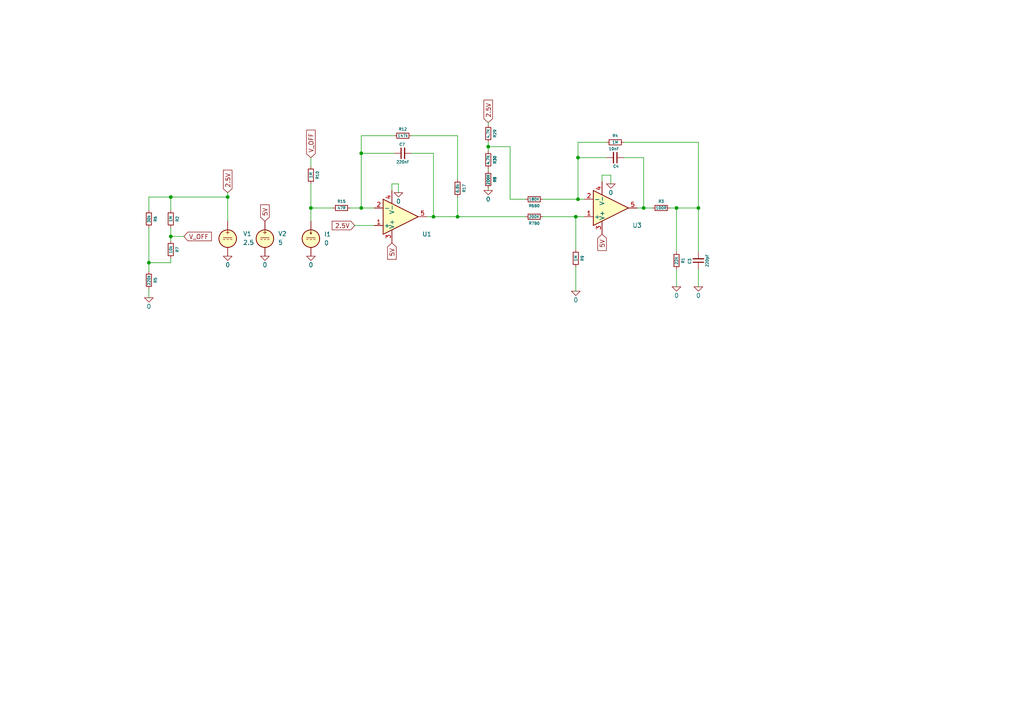
<source format=kicad_sch>
(kicad_sch (version 20250114) (generator "eeschema") (generator_version "9.0")
  (paper "A4")
  (title_block (title "OGS_Board") (date "2024-09-09") (rev "1") (company "Oizom Instruments Private Limited") (comment 1 "H2S / CO / SO2"))
  (lib_symbols
    (symbol "Device:C_Small" (pin_numbers (hide yes)) (pin_names (offset 0.254) (hide yes))
      (property "Reference" "C" (at 0.254 1.778 0))
      (property "Value" "C_Small" (at 0.254 -2.032 0))
      (symbol "C_Small_0_1"
        (polyline (pts (xy -1.524 0.508) (xy 1.524 0.508)) (stroke (width 0.3048)))
        (polyline (pts (xy -1.524 -0.508) (xy 1.524 -0.508)) (stroke (width 0.3302)))
      )
      (symbol "C_Small_1_1"
        (pin passive line (at 0 2.54 270) (length 2.032) (name "~") (number "1"))
        (pin passive line (at 0 -2.54 90) (length 2.032) (name "~") (number "2"))
      )
    )
    (symbol "Device:R_Small" (pin_numbers (hide yes)) (pin_names (offset 0.254) (hide yes))
      (property "Reference" "R" (at 0.762 0.508 0))
      (property "Value" "R_Small" (at 0.762 -1.016 0))
      (symbol "R_Small_0_1"
        (rectangle (start -0.762 1.778) (end 0.762 -1.778) (stroke (width 0.2032)))
      )
      (symbol "R_Small_1_1"
        (pin passive line (at 0 2.54 270) (length 0.762) (name "~") (number "1"))
        (pin passive line (at 0 -2.54 90) (length 0.762) (name "~") (number "2"))
      )
    )
    (symbol "Simulation_SPICE:0" (power) (pin_numbers (hide yes)) (pin_names (offset 0) (hide yes))
      (property "Value" "0" (at 0 -2.54 0))
      (symbol "0_0_1"
        (polyline (pts (xy -1.27 0) (xy 0 -1.27) (xy 1.27 0) (xy -1.27 0)))
      )
      (symbol "0_1_1"
        (pin power_in line (at 0 0 0) (length 0) (name "~") (number "1"))
      )
    )
    (symbol "Simulation_SPICE:IDC" (pin_numbers (hide yes)) (pin_names (offset 0.0254))
      (property "Reference" "I" (at 2.54 2.54 0))
      (property "Value" "1" (at 2.54 0 0))
      (symbol "IDC_0_0"
        (polyline (pts (xy -1.27 0.254) (xy 1.27 0.254)))
        (polyline (pts (xy -0.762 -0.254) (xy -1.27 -0.254)))
        (polyline (pts (xy 0.254 -0.254) (xy -0.254 -0.254)))
        (polyline (pts (xy 1.27 -0.254) (xy 0.762 -0.254)))
      )
      (symbol "IDC_0_1"
        (polyline (pts (xy -0.254 1.778) (xy 0 1.27) (xy 0.254 1.778)))
        (polyline (pts (xy 0 1.27) (xy 0 2.286)))
        (circle (center 0 0) (radius 2.54) (stroke (width 0.254)) (fill (type background)))
      )
      (symbol "IDC_1_1"
        (pin passive line (at 0 5.08 270) (length 2.54) (name "~") (number "1"))
        (pin passive line (at 0 -5.08 90) (length 2.54) (name "~") (number "2"))
      )
    )
    (symbol "Simulation_SPICE:OPAMP" (pin_names (offset 0.254))
      (property "Reference" "U" (at 3.81 3.175 0))
      (property "Value" "${SIM.PARAMS}" (at 3.81 -3.175 0))
      (symbol "OPAMP_0_1"
        (polyline (pts (xy 5.08 0) (xy -5.08 5.08) (xy -5.08 -5.08) (xy 5.08 0)) (stroke (width 0.254)) (fill (type background)))
      )
      (symbol "OPAMP_1_1"
        (pin input line (at -7.62 2.54 0) (length 2.54) (name "+") (number "1"))
        (pin input line (at -7.62 -2.54 0) (length 2.54) (name "-") (number "2"))
        (pin power_in line (at -2.54 7.62 270) (length 3.81) (name "V+") (number "3"))
        (pin power_in line (at -2.54 -7.62 90) (length 3.81) (name "V-") (number "4"))
        (pin output line (at 7.62 0 180) (length 2.54) (name "~") (number "5"))
      )
    )
    (symbol "Simulation_SPICE:VDC" (pin_numbers (hide yes)) (pin_names (offset 0.0254))
      (property "Reference" "V" (at 2.54 2.54 0))
      (property "Value" "1" (at 2.54 0 0))
      (symbol "VDC_0_0"
        (polyline (pts (xy -1.27 0.254) (xy 1.27 0.254)))
        (polyline (pts (xy -0.762 -0.254) (xy -1.27 -0.254)))
        (polyline (pts (xy 0.254 -0.254) (xy -0.254 -0.254)))
        (polyline (pts (xy 1.27 -0.254) (xy 0.762 -0.254)))
        (text "+" (at 0 1.905 0) (effects (font (size 1.27 1.27))))
      )
      (symbol "VDC_0_1"
        (circle (center 0 0) (radius 2.54) (stroke (width 0.254)) (fill (type background)))
      )
      (symbol "VDC_1_1"
        (pin passive line (at 0 5.08 270) (length 2.54) (name "~") (number "1"))
        (pin passive line (at 0 -5.08 90) (length 2.54) (name "~") (number "2"))
      )
    )
  )
  (junction (at 125.73 62.865))
  (junction (at 49.53 57.15))
  (junction (at 141.605 42.545))
  (junction (at 43.18 76.2))
  (junction (at 167.64 45.72))
  (junction (at 186.69 60.325))
  (junction (at 196.215 60.325))
  (junction (at 202.565 60.325))
  (junction (at 90.17 60.325))
  (junction (at 49.53 68.58))
  (junction (at 66.04 57.15))
  (junction (at 104.775 44.45))
  (junction (at 167.005 62.865))
  (junction (at 167.64 57.785))
  (junction (at 132.715 62.865))
  (junction (at 104.775 60.325))
  (wire (pts (xy 174.625 52.705) (xy 174.625 50.8)))
  (wire (pts (xy 132.715 39.37) (xy 119.38 39.37)))
  (wire (pts (xy 141.605 42.545) (xy 141.605 43.815)))
  (wire (pts (xy 141.605 35.56) (xy 141.605 36.195)))
  (wire (pts (xy 202.565 78.105) (xy 202.565 83.185)))
  (wire (pts (xy 113.665 55.245) (xy 113.665 53.34)))
  (wire (pts (xy 132.715 52.07) (xy 132.715 39.37)))
  (wire (pts (xy 167.64 45.72) (xy 175.895 45.72)))
  (wire (pts (xy 49.53 66.04) (xy 49.53 68.58)))
  (wire (pts (xy 101.6 60.325) (xy 104.775 60.325)))
  (wire (pts (xy 43.18 76.2) (xy 43.18 78.74)))
  (wire (pts (xy 125.73 62.865) (xy 132.715 62.865)))
  (wire (pts (xy 202.565 41.275) (xy 202.565 60.325)))
  (wire (pts (xy 43.18 57.15) (xy 49.53 57.15)))
  (wire (pts (xy 174.625 50.8) (xy 177.165 50.8)))
  (wire (pts (xy 49.53 74.93) (xy 49.53 76.2)))
  (wire (pts (xy 113.665 53.34) (xy 115.57 53.34)))
  (wire (pts (xy 147.955 57.785) (xy 147.955 42.545)))
  (wire (pts (xy 167.005 62.865) (xy 169.545 62.865)))
  (wire (pts (xy 66.04 55.88) (xy 66.04 57.15)))
  (wire (pts (xy 43.18 83.82) (xy 43.18 86.36)))
  (wire (pts (xy 175.895 41.275) (xy 167.64 41.275)))
  (wire (pts (xy 177.165 50.8) (xy 177.165 53.34)))
  (wire (pts (xy 90.17 60.325) (xy 96.52 60.325)))
  (wire (pts (xy 167.005 62.865) (xy 167.005 72.39)))
  (wire (pts (xy 157.48 57.785) (xy 167.64 57.785)))
  (wire (pts (xy 141.605 48.895) (xy 141.605 49.53)))
  (wire (pts (xy 115.57 53.34) (xy 115.57 55.88)))
  (wire (pts (xy 49.53 76.2) (xy 43.18 76.2)))
  (wire (pts (xy 49.53 57.15) (xy 49.53 60.96)))
  (wire (pts (xy 90.17 45.72) (xy 90.17 48.26)))
  (wire (pts (xy 49.53 68.58) (xy 49.53 69.85)))
  (wire (pts (xy 167.005 77.47) (xy 167.005 84.455)))
  (wire (pts (xy 66.04 57.15) (xy 66.04 64.135)))
  (wire (pts (xy 141.605 54.61) (xy 141.605 55.245)))
  (wire (pts (xy 180.975 45.72) (xy 186.69 45.72)))
  (wire (pts (xy 125.73 62.865) (xy 125.73 44.45)))
  (wire (pts (xy 141.605 42.545) (xy 147.955 42.545)))
  (wire (pts (xy 114.3 39.37) (xy 104.775 39.37)))
  (wire (pts (xy 196.215 60.325) (xy 196.215 73.025)))
  (wire (pts (xy 157.48 62.865) (xy 167.005 62.865)))
  (wire (pts (xy 184.785 60.325) (xy 186.69 60.325)))
  (wire (pts (xy 132.715 62.865) (xy 152.4 62.865)))
  (wire (pts (xy 90.17 60.325) (xy 90.17 64.135)))
  (wire (pts (xy 104.775 44.45) (xy 114.3 44.45)))
  (wire (pts (xy 123.825 62.865) (xy 125.73 62.865)))
  (wire (pts (xy 90.17 53.34) (xy 90.17 60.325)))
  (wire (pts (xy 49.53 57.15) (xy 66.04 57.15)))
  (wire (pts (xy 102.87 65.405) (xy 108.585 65.405)))
  (wire (pts (xy 49.53 68.58) (xy 53.34 68.58)))
  (wire (pts (xy 104.775 44.45) (xy 104.775 60.325)))
  (wire (pts (xy 202.565 60.325) (xy 196.215 60.325)))
  (wire (pts (xy 196.215 78.105) (xy 196.215 83.185)))
  (wire (pts (xy 125.73 44.45) (xy 119.38 44.45)))
  (wire (pts (xy 167.64 57.785) (xy 169.545 57.785)))
  (wire (pts (xy 167.64 41.275) (xy 167.64 45.72)))
  (wire (pts (xy 43.18 60.96) (xy 43.18 57.15)))
  (wire (pts (xy 104.775 60.325) (xy 108.585 60.325)))
  (wire (pts (xy 186.69 60.325) (xy 189.23 60.325)))
  (wire (pts (xy 180.975 41.275) (xy 202.565 41.275)))
  (wire (pts (xy 202.565 60.325) (xy 202.565 73.025)))
  (wire (pts (xy 167.64 45.72) (xy 167.64 57.785)))
  (wire (pts (xy 43.18 66.04) (xy 43.18 76.2)))
  (wire (pts (xy 186.69 45.72) (xy 186.69 60.325)))
  (wire (pts (xy 104.775 39.37) (xy 104.775 44.45)))
  (wire (pts (xy 152.4 57.785) (xy 147.955 57.785)))
  (wire (pts (xy 196.215 60.325) (xy 194.31 60.325)))
  (wire (pts (xy 132.715 57.15) (xy 132.715 62.865)))
  (wire (pts (xy 141.605 41.275) (xy 141.605 42.545)))
  (global_label "V_OFF" (shape input) (at 90.17 45.72 90) (property "Intersheetrefs" "${INTERSHEET_REFS}" (effects (hide yes))))
  (global_label "2.5V" (shape input) (at 102.87 65.405 180) (property "Intersheetrefs" "${INTERSHEET_REFS}" (effects (hide yes))))
  (global_label "2.5V" (shape input) (at 141.605 35.56 90) (property "Intersheetrefs" "${INTERSHEET_REFS}" (effects (hide yes))))
  (global_label "5V" (shape input) (at 76.835 64.135 90) (property "Intersheetrefs" "${INTERSHEET_REFS}" (effects (hide yes))))
  (global_label "5V" (shape input) (at 174.625 67.945 270) (property "Intersheetrefs" "${INTERSHEET_REFS}" (effects (hide yes))))
  (global_label "2.5V" (shape input) (at 66.04 55.88 90) (property "Intersheetrefs" "${INTERSHEET_REFS}" (effects (hide yes))))
  (global_label "V_OFF" (shape input) (at 53.34 68.58 0) (property "Intersheetrefs" "${INTERSHEET_REFS}" (effects (hide yes))))
  (global_label "5V" (shape input) (at 113.665 70.485 270) (property "Intersheetrefs" "${INTERSHEET_REFS}" (effects (hide yes))))
  (symbol (lib_id "Device:R_Small") (at 154.94 57.785 270) (unit 1)
    (property "Reference" "R6B0" (at 154.94 59.69 90) (effects (font (size 0.8 0.8))))
    (property "Value" "180K" (at 154.94 57.785 90) (effects (font (size 0.8 0.8))))
    (property "Footprint" "Resistor_SMD:R_0603_1608Metric" (effects (hide yes)))
  )
  (symbol (lib_id "Simulation_SPICE:OPAMP") (at 177.165 60.325 0) (mirror x) (unit 1)
    (property "Reference" "U3" (at 184.785 65.3736 0))
    (property "Value" "${SIM.PARAMS}" (at 184.785 63.4685 0))
    (property "Datasheet" "https://ngspice.sourceforge.io/docs/ngspice-html-manual/manual.xhtml#sec__SUBCKT_Subcircuits" (effects (hide yes)))
    (property "Description" "Operational amplifier, single, node sequence=1:+ 2:- 3:OUT 4:V+ 5:V-" (effects (hide yes)))
    (property "Sim.Pins" "1=in+ 2=in- 3=vcc 4=vee 5=out" (effects (hide yes)))
    (property "Sim.Device" "SUBCKT" (effects (hide yes)))
    (property "Sim.Library" "${KICAD8_SYMBOL_DIR}/Simulation_SPICE.sp" (effects (hide yes)))
    (property "Sim.Name" "kicad_builtin_opamp" (effects (hide yes)))
  )
  (symbol (lib_id "Device:R_Small") (at 196.215 75.565 0) (unit 1)
    (property "Reference" "R1" (at 198.12 75.565 90) (effects (font (size 0.8 0.8))))
    (property "Value" "22K" (at 196.215 75.565 90) (effects (font (size 0.8 0.8))))
    (property "Footprint" "Resistor_SMD:R_0603_1608Metric" (effects (hide yes)))
  )
  (symbol (lib_id "Device:R_Small") (at 141.605 38.735 0) (unit 1)
    (property "Reference" "R29" (at 143.51 38.735 90) (effects (font (size 0.8 0.8))))
    (property "Value" "4.7K" (at 141.605 38.735 90) (effects (font (size 0.8 0.8))))
    (property "Footprint" "Resistor_SMD:R_0603_1608Metric" (effects (hide yes)))
  )
  (symbol (lib_id "Simulation_SPICE:0") (at 167.005 84.455 0) (unit 1)
    (property "Reference" "#GND02" (effects (hide yes)))
    (property "Value" "0" (at 167.005 86.995 0))
    (property "Datasheet" "https://ngspice.sourceforge.io/docs/ngspice-html-manual/manual.xhtml#subsec_Circuit_elements__device" (effects (hide yes)))
    (property "Description" "0V reference potential for simulation" (effects (hide yes)))
  )
  (symbol (lib_id "Device:R_Small") (at 141.605 46.355 0) (unit 1)
    (property "Reference" "R30" (at 143.51 46.355 90) (effects (font (size 0.8 0.8))))
    (property "Value" "4.7K" (at 141.605 46.355 90) (effects (font (size 0.8 0.8))))
    (property "Footprint" "Resistor_SMD:R_0603_1608Metric" (effects (hide yes)))
  )
  (symbol (lib_id "Device:C_Small") (at 202.565 75.565 180) (unit 1)
    (property "Reference" "C3" (at 200.025 74.93 90) (effects (font (size 0.8 0.8)) (justify left)))
    (property "Value" "220pF" (at 205.105 73.66 90) (effects (font (size 0.8 0.8)) (justify left)))
    (property "Footprint" "Capacitor_SMD:C_0603_1608Metric" (effects (hide yes)))
  )
  (symbol (lib_id "Simulation_SPICE:0") (at 196.215 83.185 0) (unit 1)
    (property "Reference" "#GND05" (effects (hide yes)))
    (property "Value" "0" (at 196.215 85.725 0))
    (property "Datasheet" "https://ngspice.sourceforge.io/docs/ngspice-html-manual/manual.xhtml#subsec_Circuit_elements__device" (effects (hide yes)))
    (property "Description" "0V reference potential for simulation" (effects (hide yes)))
  )
  (symbol (lib_id "Simulation_SPICE:0") (at 66.04 74.295 0) (unit 1)
    (property "Reference" "#GND07" (effects (hide yes)))
    (property "Value" "0" (at 66.04 76.835 0))
    (property "Datasheet" "https://ngspice.sourceforge.io/docs/ngspice-html-manual/manual.xhtml#subsec_Circuit_elements__device" (effects (hide yes)))
    (property "Description" "0V reference potential for simulation" (effects (hide yes)))
  )
  (symbol (lib_id "Device:R_Small") (at 90.17 50.8 0) (unit 1)
    (property "Reference" "R10" (at 92.075 50.8 90) (effects (font (size 0.8 0.8))))
    (property "Value" "1M" (at 90.17 50.8 90) (effects (font (size 0.8 0.8))))
    (property "Footprint" "Resistor_SMD:R_0603_1608Metric" (effects (hide yes)))
  )
  (symbol (lib_id "Device:R_Small") (at 99.06 60.325 90) (unit 1)
    (property "Reference" "R15" (at 99.06 58.42 90) (effects (font (size 0.8 0.8))))
    (property "Value" "47R" (at 99.06 60.325 90) (effects (font (size 0.8 0.8))))
    (property "Footprint" "Resistor_SMD:R_0603_1608Metric" (effects (hide yes)))
  )
  (symbol (lib_id "Simulation_SPICE:0") (at 141.605 55.245 0) (unit 1)
    (property "Reference" "#GND01" (effects (hide yes)))
    (property "Value" "0" (at 141.605 57.785 0))
    (property "Datasheet" "https://ngspice.sourceforge.io/docs/ngspice-html-manual/manual.xhtml#subsec_Circuit_elements__device" (effects (hide yes)))
    (property "Description" "0V reference potential for simulation" (effects (hide yes)))
  )
  (symbol (lib_id "Device:C_Small") (at 178.435 45.72 270) (unit 1)
    (property "Reference" "C4" (at 177.8 48.26 90) (effects (font (size 0.8 0.8)) (justify left)))
    (property "Value" "10nF" (at 176.53 43.18 90) (effects (font (size 0.8 0.8)) (justify left)))
    (property "Footprint" "Capacitor_SMD:C_0603_1608Metric" (effects (hide yes)))
  )
  (symbol (lib_id "Simulation_SPICE:VDC") (at 76.835 69.215 0) (unit 1)
    (property "Reference" "V2" (at 80.645 67.8151 0) (effects (justify left)))
    (property "Value" "5" (at 80.645 70.3551 0) (effects (justify left)))
    (property "Datasheet" "https://ngspice.sourceforge.io/docs/ngspice-html-manual/manual.xhtml#sec_Independent_Sources_for" (effects (hide yes)))
    (property "Description" "Voltage source, DC" (effects (hide yes)))
    (property "Sim.Pins" "1=+ 2=-" (effects (hide yes)))
    (property "Sim.Type" "DC" (effects (hide yes)))
    (property "Sim.Device" "V" (effects (hide yes)))
  )
  (symbol (lib_id "Device:R_Small") (at 154.94 62.865 270) (unit 1)
    (property "Reference" "R7B0" (at 154.94 64.77 90) (effects (font (size 0.8 0.8))))
    (property "Value" "200K" (at 154.94 62.865 90) (effects (font (size 0.8 0.8))))
    (property "Footprint" "Resistor_SMD:R_0603_1608Metric" (effects (hide yes)))
  )
  (symbol (lib_id "Simulation_SPICE:0") (at 43.18 86.36 0) (unit 1)
    (property "Reference" "#GND010" (effects (hide yes)))
    (property "Value" "0" (at 43.18 88.9 0))
    (property "Datasheet" "https://ngspice.sourceforge.io/docs/ngspice-html-manual/manual.xhtml#subsec_Circuit_elements__device" (effects (hide yes)))
    (property "Description" "0V reference potential for simulation" (effects (hide yes)))
  )
  (symbol (lib_id "Simulation_SPICE:IDC") (at 90.17 69.215 0) (unit 1)
    (property "Reference" "I1" (at 93.98 67.9449 0) (effects (justify left)))
    (property "Value" "0" (at 93.98 70.4849 0) (effects (justify left)))
    (property "Datasheet" "https://ngspice.sourceforge.io/docs/ngspice-html-manual/manual.xhtml#sec_Independent_Sources_for" (effects (hide yes)))
    (property "Description" "Current source, DC" (effects (hide yes)))
    (property "Sim.Pins" "1=+ 2=-" (effects (hide yes)))
    (property "Sim.Type" "DC" (effects (hide yes)))
    (property "Sim.Device" "I" (effects (hide yes)))
  )
  (symbol (lib_id "Simulation_SPICE:VDC") (at 66.04 69.215 0) (unit 1)
    (property "Reference" "V1" (at 70.485 67.8151 0) (effects (justify left)))
    (property "Value" "2.5" (at 70.485 70.3551 0) (effects (justify left)))
    (property "Datasheet" "https://ngspice.sourceforge.io/docs/ngspice-html-manual/manual.xhtml#sec_Independent_Sources_for" (effects (hide yes)))
    (property "Description" "Voltage source, DC" (effects (hide yes)))
    (property "Sim.Pins" "1=+ 2=-" (effects (hide yes)))
    (property "Sim.Type" "DC" (effects (hide yes)))
    (property "Sim.Device" "V" (effects (hide yes)))
  )
  (symbol (lib_id "Simulation_SPICE:0") (at 76.835 74.295 0) (unit 1)
    (property "Reference" "#GND08" (effects (hide yes)))
    (property "Value" "0" (at 76.835 76.835 0))
    (property "Datasheet" "https://ngspice.sourceforge.io/docs/ngspice-html-manual/manual.xhtml#subsec_Circuit_elements__device" (effects (hide yes)))
    (property "Description" "0V reference potential for simulation" (effects (hide yes)))
  )
  (symbol (lib_id "Device:C_Small") (at 116.84 44.45 90) (unit 1)
    (property "Reference" "C7" (at 117.475 41.91 90) (effects (font (size 0.8 0.8)) (justify left)))
    (property "Value" "220nF" (at 118.745 46.99 90) (effects (font (size 0.8 0.8)) (justify left)))
    (property "Footprint" "Capacitor_SMD:C_0603_1608Metric" (effects (hide yes)))
  )
  (symbol (lib_id "Device:R_Small") (at 132.715 54.61 180) (unit 1)
    (property "Reference" "R17" (at 134.62 54.61 90) (effects (font (size 0.8 0.8))))
    (property "Value" "6.8k" (at 132.715 54.61 90) (effects (font (size 0.8 0.8))))
    (property "Footprint" "Resistor_SMD:R_0603_1608Metric" (effects (hide yes)))
  )
  (symbol (lib_id "Simulation_SPICE:0") (at 202.565 83.185 0) (unit 1)
    (property "Reference" "#GND06" (effects (hide yes)))
    (property "Value" "0" (at 202.565 85.725 0))
    (property "Datasheet" "https://ngspice.sourceforge.io/docs/ngspice-html-manual/manual.xhtml#subsec_Circuit_elements__device" (effects (hide yes)))
    (property "Description" "0V reference potential for simulation" (effects (hide yes)))
  )
  (symbol (lib_id "Device:R_Small") (at 191.77 60.325 90) (unit 1)
    (property "Reference" "R3" (at 191.77 58.42 90) (effects (font (size 0.8 0.8))))
    (property "Value" "100R" (at 191.77 60.325 90) (effects (font (size 0.8 0.8))))
    (property "Footprint" "Resistor_SMD:R_0603_1608Metric" (effects (hide yes)))
  )
  (symbol (lib_id "Device:R_Small") (at 141.605 52.07 0) (unit 1)
    (property "Reference" "R8" (at 143.51 52.07 90) (effects (font (size 0.8 0.8))))
    (property "Value" "200K" (at 141.605 52.07 90) (effects (font (size 0.8 0.8))))
    (property "Footprint" "Resistor_SMD:R_0603_1608Metric" (effects (hide yes)))
  )
  (symbol (lib_id "Device:R_Small") (at 43.18 63.5 0) (unit 1)
    (property "Reference" "R6" (at 45.085 63.5 90) (effects (font (size 0.8 0.8))))
    (property "Value" "30k" (at 43.18 63.5 90) (effects (font (size 0.8 0.8))))
    (property "Footprint" "Resistor_SMD:R_0603_1608Metric" (effects (hide yes)))
  )
  (symbol (lib_id "Device:R_Small") (at 49.53 63.5 0) (unit 1)
    (property "Reference" "R2" (at 51.435 63.5 90) (effects (font (size 0.8 0.8))))
    (property "Value" "1M" (at 49.53 63.5 90) (effects (font (size 0.8 0.8))))
    (property "Footprint" "Resistor_SMD:R_0603_1608Metric" (effects (hide yes)))
  )
  (symbol (lib_id "Simulation_SPICE:0") (at 115.57 55.88 0) (unit 1)
    (property "Reference" "#GND04" (effects (hide yes)))
    (property "Value" "0" (at 115.57 58.42 0))
    (property "Datasheet" "https://ngspice.sourceforge.io/docs/ngspice-html-manual/manual.xhtml#subsec_Circuit_elements__device" (effects (hide yes)))
    (property "Description" "0V reference potential for simulation" (effects (hide yes)))
  )
  (symbol (lib_id "Simulation_SPICE:0") (at 177.165 53.34 0) (unit 1)
    (property "Reference" "#GND03" (effects (hide yes)))
    (property "Value" "0" (at 177.165 55.88 0))
    (property "Datasheet" "https://ngspice.sourceforge.io/docs/ngspice-html-manual/manual.xhtml#subsec_Circuit_elements__device" (effects (hide yes)))
    (property "Description" "0V reference potential for simulation" (effects (hide yes)))
  )
  (symbol (lib_id "Device:R_Small") (at 43.18 81.28 0) (unit 1)
    (property "Reference" "R5" (at 45.085 81.28 90) (effects (font (size 0.8 0.8))))
    (property "Value" "220k" (at 43.18 81.28 90) (effects (font (size 0.8 0.8))))
    (property "Footprint" "Resistor_SMD:R_0603_1608Metric" (effects (hide yes)))
  )
  (symbol (lib_id "Device:R_Small") (at 167.005 74.93 0) (unit 1)
    (property "Reference" "R9" (at 168.91 74.93 90) (effects (font (size 0.8 0.8))))
    (property "Value" "1M" (at 167.005 74.93 90) (effects (font (size 0.8 0.8))))
    (property "Footprint" "Resistor_SMD:R_0603_1608Metric" (effects (hide yes)))
  )
  (symbol (lib_id "Simulation_SPICE:OPAMP") (at 116.205 62.865 0) (mirror x) (unit 1)
    (property "Reference" "U1" (at 123.825 67.9136 0))
    (property "Value" "${SIM.PARAMS}" (at 123.825 66.0085 0))
    (property "Datasheet" "https://ngspice.sourceforge.io/docs/ngspice-html-manual/manual.xhtml#sec__SUBCKT_Subcircuits" (effects (hide yes)))
    (property "Description" "Operational amplifier, single, node sequence=1:+ 2:- 3:OUT 4:V+ 5:V-" (effects (hide yes)))
    (property "Sim.Pins" "1=in+ 2=in- 3=vcc 4=vee 5=out" (effects (hide yes)))
    (property "Sim.Device" "SUBCKT" (effects (hide yes)))
    (property "Sim.Library" "${KICAD8_SYMBOL_DIR}/Simulation_SPICE.sp" (effects (hide yes)))
    (property "Sim.Name" "kicad_builtin_opamp" (effects (hide yes)))
  )
  (symbol (lib_id "Device:R_Small") (at 178.435 41.275 90) (unit 1)
    (property "Reference" "R4" (at 178.435 39.37 90) (effects (font (size 0.8 0.8))))
    (property "Value" "1M" (at 178.435 41.275 90) (effects (font (size 0.8 0.8))))
    (property "Footprint" "Resistor_SMD:R_0603_1608Metric" (effects (hide yes)))
  )
  (symbol (lib_id "Simulation_SPICE:0") (at 90.17 74.295 0) (unit 1)
    (property "Reference" "#GND09" (effects (hide yes)))
    (property "Value" "0" (at 90.17 76.835 0))
    (property "Datasheet" "https://ngspice.sourceforge.io/docs/ngspice-html-manual/manual.xhtml#subsec_Circuit_elements__device" (effects (hide yes)))
    (property "Description" "0V reference potential for simulation" (effects (hide yes)))
  )
  (symbol (lib_id "Device:R_Small") (at 49.53 72.39 0) (unit 1)
    (property "Reference" "R7" (at 51.435 72.39 90) (effects (font (size 0.8 0.8))))
    (property "Value" "10k" (at 49.53 72.39 90) (effects (font (size 0.8 0.8))))
    (property "Footprint" "Resistor_SMD:R_0603_1608Metric" (effects (hide yes)))
  )
  (symbol (lib_id "Device:R_Small") (at 116.84 39.37 90) (unit 1)
    (property "Reference" "R12" (at 116.84 37.465 90) (effects (font (size 0.8 0.8))))
    (property "Value" "147k" (at 116.84 39.37 90) (effects (font (size 0.8 0.8))))
    (property "Footprint" "Resistor_SMD:R_0603_1608Metric" (effects (hide yes)))
  )
)
</source>
